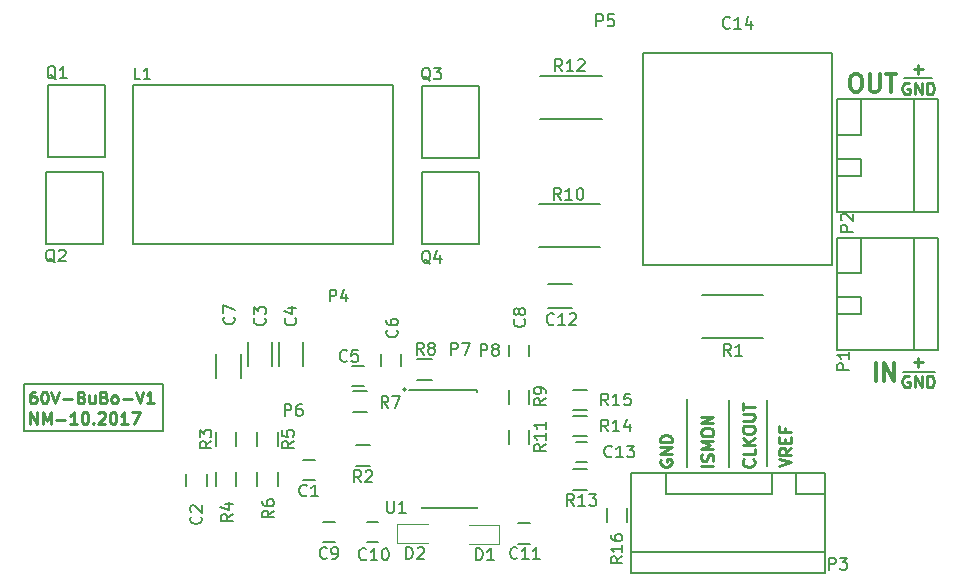
<source format=gbr>
G04 #@! TF.FileFunction,Legend,Top*
%FSLAX46Y46*%
G04 Gerber Fmt 4.6, Leading zero omitted, Abs format (unit mm)*
G04 Created by KiCad (PCBNEW 4.0.5) date 10/06/17 09:47:02*
%MOMM*%
%LPD*%
G01*
G04 APERTURE LIST*
%ADD10C,0.100000*%
%ADD11C,0.200000*%
%ADD12C,0.250000*%
%ADD13C,0.300000*%
%ADD14C,0.150000*%
%ADD15C,0.120000*%
G04 APERTURE END LIST*
D10*
D11*
X140741421Y-104500000D02*
G75*
G03X140741421Y-104500000I-141421J0D01*
G01*
X120200000Y-104000000D02*
X108400000Y-104000000D01*
X120200000Y-108000000D02*
X120200000Y-104000000D01*
X108400000Y-108000000D02*
X120200000Y-108000000D01*
X108400000Y-104000000D02*
X108400000Y-108000000D01*
X164500000Y-111100000D02*
X164500000Y-105300000D01*
X168100000Y-111100000D02*
X168100000Y-105400000D01*
X171300000Y-111000000D02*
X171300000Y-105400000D01*
X182900000Y-78100000D02*
X185300000Y-78100000D01*
X182800000Y-103000000D02*
X185500000Y-103000000D01*
D12*
X172352381Y-111014286D02*
X173352381Y-110680953D01*
X172352381Y-110347619D01*
X173352381Y-109442857D02*
X172876190Y-109776191D01*
X173352381Y-110014286D02*
X172352381Y-110014286D01*
X172352381Y-109633333D01*
X172400000Y-109538095D01*
X172447619Y-109490476D01*
X172542857Y-109442857D01*
X172685714Y-109442857D01*
X172780952Y-109490476D01*
X172828571Y-109538095D01*
X172876190Y-109633333D01*
X172876190Y-110014286D01*
X172828571Y-109014286D02*
X172828571Y-108680952D01*
X173352381Y-108538095D02*
X173352381Y-109014286D01*
X172352381Y-109014286D01*
X172352381Y-108538095D01*
X172828571Y-107776190D02*
X172828571Y-108109524D01*
X173352381Y-108109524D02*
X172352381Y-108109524D01*
X172352381Y-107633333D01*
X170157143Y-110423809D02*
X170204762Y-110471428D01*
X170252381Y-110614285D01*
X170252381Y-110709523D01*
X170204762Y-110852381D01*
X170109524Y-110947619D01*
X170014286Y-110995238D01*
X169823810Y-111042857D01*
X169680952Y-111042857D01*
X169490476Y-110995238D01*
X169395238Y-110947619D01*
X169300000Y-110852381D01*
X169252381Y-110709523D01*
X169252381Y-110614285D01*
X169300000Y-110471428D01*
X169347619Y-110423809D01*
X170252381Y-109519047D02*
X170252381Y-109995238D01*
X169252381Y-109995238D01*
X170252381Y-109185714D02*
X169252381Y-109185714D01*
X170252381Y-108614285D02*
X169680952Y-109042857D01*
X169252381Y-108614285D02*
X169823810Y-109185714D01*
X169252381Y-107995238D02*
X169252381Y-107804761D01*
X169300000Y-107709523D01*
X169395238Y-107614285D01*
X169585714Y-107566666D01*
X169919048Y-107566666D01*
X170109524Y-107614285D01*
X170204762Y-107709523D01*
X170252381Y-107804761D01*
X170252381Y-107995238D01*
X170204762Y-108090476D01*
X170109524Y-108185714D01*
X169919048Y-108233333D01*
X169585714Y-108233333D01*
X169395238Y-108185714D01*
X169300000Y-108090476D01*
X169252381Y-107995238D01*
X169252381Y-107138095D02*
X170061905Y-107138095D01*
X170157143Y-107090476D01*
X170204762Y-107042857D01*
X170252381Y-106947619D01*
X170252381Y-106757142D01*
X170204762Y-106661904D01*
X170157143Y-106614285D01*
X170061905Y-106566666D01*
X169252381Y-106566666D01*
X169252381Y-106233333D02*
X169252381Y-105661904D01*
X170252381Y-105947619D02*
X169252381Y-105947619D01*
X166752381Y-110995238D02*
X165752381Y-110995238D01*
X166704762Y-110566667D02*
X166752381Y-110423810D01*
X166752381Y-110185714D01*
X166704762Y-110090476D01*
X166657143Y-110042857D01*
X166561905Y-109995238D01*
X166466667Y-109995238D01*
X166371429Y-110042857D01*
X166323810Y-110090476D01*
X166276190Y-110185714D01*
X166228571Y-110376191D01*
X166180952Y-110471429D01*
X166133333Y-110519048D01*
X166038095Y-110566667D01*
X165942857Y-110566667D01*
X165847619Y-110519048D01*
X165800000Y-110471429D01*
X165752381Y-110376191D01*
X165752381Y-110138095D01*
X165800000Y-109995238D01*
X166752381Y-109566667D02*
X165752381Y-109566667D01*
X166466667Y-109233333D01*
X165752381Y-108900000D01*
X166752381Y-108900000D01*
X165752381Y-108233334D02*
X165752381Y-108042857D01*
X165800000Y-107947619D01*
X165895238Y-107852381D01*
X166085714Y-107804762D01*
X166419048Y-107804762D01*
X166609524Y-107852381D01*
X166704762Y-107947619D01*
X166752381Y-108042857D01*
X166752381Y-108233334D01*
X166704762Y-108328572D01*
X166609524Y-108423810D01*
X166419048Y-108471429D01*
X166085714Y-108471429D01*
X165895238Y-108423810D01*
X165800000Y-108328572D01*
X165752381Y-108233334D01*
X166752381Y-107376191D02*
X165752381Y-107376191D01*
X166752381Y-106804762D01*
X165752381Y-106804762D01*
X162300000Y-110461904D02*
X162252381Y-110557142D01*
X162252381Y-110699999D01*
X162300000Y-110842857D01*
X162395238Y-110938095D01*
X162490476Y-110985714D01*
X162680952Y-111033333D01*
X162823810Y-111033333D01*
X163014286Y-110985714D01*
X163109524Y-110938095D01*
X163204762Y-110842857D01*
X163252381Y-110699999D01*
X163252381Y-110604761D01*
X163204762Y-110461904D01*
X163157143Y-110414285D01*
X162823810Y-110414285D01*
X162823810Y-110604761D01*
X163252381Y-109985714D02*
X162252381Y-109985714D01*
X163252381Y-109414285D01*
X162252381Y-109414285D01*
X163252381Y-108938095D02*
X162252381Y-108938095D01*
X162252381Y-108700000D01*
X162300000Y-108557142D01*
X162395238Y-108461904D01*
X162490476Y-108414285D01*
X162680952Y-108366666D01*
X162823810Y-108366666D01*
X163014286Y-108414285D01*
X163109524Y-108461904D01*
X163204762Y-108557142D01*
X163252381Y-108700000D01*
X163252381Y-108938095D01*
X183719048Y-102196429D02*
X184480953Y-102196429D01*
X184100001Y-102577381D02*
X184100001Y-101815476D01*
X183338096Y-103375000D02*
X183242858Y-103327381D01*
X183100001Y-103327381D01*
X182957143Y-103375000D01*
X182861905Y-103470238D01*
X182814286Y-103565476D01*
X182766667Y-103755952D01*
X182766667Y-103898810D01*
X182814286Y-104089286D01*
X182861905Y-104184524D01*
X182957143Y-104279762D01*
X183100001Y-104327381D01*
X183195239Y-104327381D01*
X183338096Y-104279762D01*
X183385715Y-104232143D01*
X183385715Y-103898810D01*
X183195239Y-103898810D01*
X183814286Y-104327381D02*
X183814286Y-103327381D01*
X184385715Y-104327381D01*
X184385715Y-103327381D01*
X184861905Y-104327381D02*
X184861905Y-103327381D01*
X185100000Y-103327381D01*
X185242858Y-103375000D01*
X185338096Y-103470238D01*
X185385715Y-103565476D01*
X185433334Y-103755952D01*
X185433334Y-103898810D01*
X185385715Y-104089286D01*
X185338096Y-104184524D01*
X185242858Y-104279762D01*
X185100000Y-104327381D01*
X184861905Y-104327381D01*
X183719048Y-77396429D02*
X184480953Y-77396429D01*
X184100001Y-77777381D02*
X184100001Y-77015476D01*
X183338096Y-78575000D02*
X183242858Y-78527381D01*
X183100001Y-78527381D01*
X182957143Y-78575000D01*
X182861905Y-78670238D01*
X182814286Y-78765476D01*
X182766667Y-78955952D01*
X182766667Y-79098810D01*
X182814286Y-79289286D01*
X182861905Y-79384524D01*
X182957143Y-79479762D01*
X183100001Y-79527381D01*
X183195239Y-79527381D01*
X183338096Y-79479762D01*
X183385715Y-79432143D01*
X183385715Y-79098810D01*
X183195239Y-79098810D01*
X183814286Y-79527381D02*
X183814286Y-78527381D01*
X184385715Y-79527381D01*
X184385715Y-78527381D01*
X184861905Y-79527381D02*
X184861905Y-78527381D01*
X185100000Y-78527381D01*
X185242858Y-78575000D01*
X185338096Y-78670238D01*
X185385715Y-78765476D01*
X185433334Y-78955952D01*
X185433334Y-79098810D01*
X185385715Y-79289286D01*
X185338096Y-79384524D01*
X185242858Y-79479762D01*
X185100000Y-79527381D01*
X184861905Y-79527381D01*
X109366667Y-104677381D02*
X109176190Y-104677381D01*
X109080952Y-104725000D01*
X109033333Y-104772619D01*
X108938095Y-104915476D01*
X108890476Y-105105952D01*
X108890476Y-105486905D01*
X108938095Y-105582143D01*
X108985714Y-105629762D01*
X109080952Y-105677381D01*
X109271429Y-105677381D01*
X109366667Y-105629762D01*
X109414286Y-105582143D01*
X109461905Y-105486905D01*
X109461905Y-105248810D01*
X109414286Y-105153571D01*
X109366667Y-105105952D01*
X109271429Y-105058333D01*
X109080952Y-105058333D01*
X108985714Y-105105952D01*
X108938095Y-105153571D01*
X108890476Y-105248810D01*
X110080952Y-104677381D02*
X110176191Y-104677381D01*
X110271429Y-104725000D01*
X110319048Y-104772619D01*
X110366667Y-104867857D01*
X110414286Y-105058333D01*
X110414286Y-105296429D01*
X110366667Y-105486905D01*
X110319048Y-105582143D01*
X110271429Y-105629762D01*
X110176191Y-105677381D01*
X110080952Y-105677381D01*
X109985714Y-105629762D01*
X109938095Y-105582143D01*
X109890476Y-105486905D01*
X109842857Y-105296429D01*
X109842857Y-105058333D01*
X109890476Y-104867857D01*
X109938095Y-104772619D01*
X109985714Y-104725000D01*
X110080952Y-104677381D01*
X110700000Y-104677381D02*
X111033333Y-105677381D01*
X111366667Y-104677381D01*
X111700000Y-105296429D02*
X112461905Y-105296429D01*
X113271429Y-105153571D02*
X113414286Y-105201190D01*
X113461905Y-105248810D01*
X113509524Y-105344048D01*
X113509524Y-105486905D01*
X113461905Y-105582143D01*
X113414286Y-105629762D01*
X113319048Y-105677381D01*
X112938095Y-105677381D01*
X112938095Y-104677381D01*
X113271429Y-104677381D01*
X113366667Y-104725000D01*
X113414286Y-104772619D01*
X113461905Y-104867857D01*
X113461905Y-104963095D01*
X113414286Y-105058333D01*
X113366667Y-105105952D01*
X113271429Y-105153571D01*
X112938095Y-105153571D01*
X114366667Y-105010714D02*
X114366667Y-105677381D01*
X113938095Y-105010714D02*
X113938095Y-105534524D01*
X113985714Y-105629762D01*
X114080952Y-105677381D01*
X114223810Y-105677381D01*
X114319048Y-105629762D01*
X114366667Y-105582143D01*
X115176191Y-105153571D02*
X115319048Y-105201190D01*
X115366667Y-105248810D01*
X115414286Y-105344048D01*
X115414286Y-105486905D01*
X115366667Y-105582143D01*
X115319048Y-105629762D01*
X115223810Y-105677381D01*
X114842857Y-105677381D01*
X114842857Y-104677381D01*
X115176191Y-104677381D01*
X115271429Y-104725000D01*
X115319048Y-104772619D01*
X115366667Y-104867857D01*
X115366667Y-104963095D01*
X115319048Y-105058333D01*
X115271429Y-105105952D01*
X115176191Y-105153571D01*
X114842857Y-105153571D01*
X115985714Y-105677381D02*
X115890476Y-105629762D01*
X115842857Y-105582143D01*
X115795238Y-105486905D01*
X115795238Y-105201190D01*
X115842857Y-105105952D01*
X115890476Y-105058333D01*
X115985714Y-105010714D01*
X116128572Y-105010714D01*
X116223810Y-105058333D01*
X116271429Y-105105952D01*
X116319048Y-105201190D01*
X116319048Y-105486905D01*
X116271429Y-105582143D01*
X116223810Y-105629762D01*
X116128572Y-105677381D01*
X115985714Y-105677381D01*
X116747619Y-105296429D02*
X117509524Y-105296429D01*
X117842857Y-104677381D02*
X118176190Y-105677381D01*
X118509524Y-104677381D01*
X119366667Y-105677381D02*
X118795238Y-105677381D01*
X119080952Y-105677381D02*
X119080952Y-104677381D01*
X118985714Y-104820238D01*
X118890476Y-104915476D01*
X118795238Y-104963095D01*
X108938095Y-107427381D02*
X108938095Y-106427381D01*
X109509524Y-107427381D01*
X109509524Y-106427381D01*
X109985714Y-107427381D02*
X109985714Y-106427381D01*
X110319048Y-107141667D01*
X110652381Y-106427381D01*
X110652381Y-107427381D01*
X111128571Y-107046429D02*
X111890476Y-107046429D01*
X112890476Y-107427381D02*
X112319047Y-107427381D01*
X112604761Y-107427381D02*
X112604761Y-106427381D01*
X112509523Y-106570238D01*
X112414285Y-106665476D01*
X112319047Y-106713095D01*
X113509523Y-106427381D02*
X113604762Y-106427381D01*
X113700000Y-106475000D01*
X113747619Y-106522619D01*
X113795238Y-106617857D01*
X113842857Y-106808333D01*
X113842857Y-107046429D01*
X113795238Y-107236905D01*
X113747619Y-107332143D01*
X113700000Y-107379762D01*
X113604762Y-107427381D01*
X113509523Y-107427381D01*
X113414285Y-107379762D01*
X113366666Y-107332143D01*
X113319047Y-107236905D01*
X113271428Y-107046429D01*
X113271428Y-106808333D01*
X113319047Y-106617857D01*
X113366666Y-106522619D01*
X113414285Y-106475000D01*
X113509523Y-106427381D01*
X114271428Y-107332143D02*
X114319047Y-107379762D01*
X114271428Y-107427381D01*
X114223809Y-107379762D01*
X114271428Y-107332143D01*
X114271428Y-107427381D01*
X114699999Y-106522619D02*
X114747618Y-106475000D01*
X114842856Y-106427381D01*
X115080952Y-106427381D01*
X115176190Y-106475000D01*
X115223809Y-106522619D01*
X115271428Y-106617857D01*
X115271428Y-106713095D01*
X115223809Y-106855952D01*
X114652380Y-107427381D01*
X115271428Y-107427381D01*
X115890475Y-106427381D02*
X115985714Y-106427381D01*
X116080952Y-106475000D01*
X116128571Y-106522619D01*
X116176190Y-106617857D01*
X116223809Y-106808333D01*
X116223809Y-107046429D01*
X116176190Y-107236905D01*
X116128571Y-107332143D01*
X116080952Y-107379762D01*
X115985714Y-107427381D01*
X115890475Y-107427381D01*
X115795237Y-107379762D01*
X115747618Y-107332143D01*
X115699999Y-107236905D01*
X115652380Y-107046429D01*
X115652380Y-106808333D01*
X115699999Y-106617857D01*
X115747618Y-106522619D01*
X115795237Y-106475000D01*
X115890475Y-106427381D01*
X117176190Y-107427381D02*
X116604761Y-107427381D01*
X116890475Y-107427381D02*
X116890475Y-106427381D01*
X116795237Y-106570238D01*
X116699999Y-106665476D01*
X116604761Y-106713095D01*
X117509523Y-106427381D02*
X118176190Y-106427381D01*
X117747618Y-107427381D01*
D13*
X178700000Y-77778571D02*
X178985714Y-77778571D01*
X179128572Y-77850000D01*
X179271429Y-77992857D01*
X179342857Y-78278571D01*
X179342857Y-78778571D01*
X179271429Y-79064286D01*
X179128572Y-79207143D01*
X178985714Y-79278571D01*
X178700000Y-79278571D01*
X178557143Y-79207143D01*
X178414286Y-79064286D01*
X178342857Y-78778571D01*
X178342857Y-78278571D01*
X178414286Y-77992857D01*
X178557143Y-77850000D01*
X178700000Y-77778571D01*
X179985715Y-77778571D02*
X179985715Y-78992857D01*
X180057143Y-79135714D01*
X180128572Y-79207143D01*
X180271429Y-79278571D01*
X180557143Y-79278571D01*
X180700001Y-79207143D01*
X180771429Y-79135714D01*
X180842858Y-78992857D01*
X180842858Y-77778571D01*
X181342858Y-77778571D02*
X182200001Y-77778571D01*
X181771430Y-79278571D02*
X181771430Y-77778571D01*
X180514286Y-103778571D02*
X180514286Y-102278571D01*
X181228572Y-103778571D02*
X181228572Y-102278571D01*
X182085715Y-103778571D01*
X182085715Y-102278571D01*
D14*
X176249920Y-118251100D02*
X159750080Y-118251100D01*
X162749820Y-111550580D02*
X162749820Y-113348900D01*
X162749820Y-113348900D02*
X171749040Y-113348900D01*
X171749040Y-111550580D02*
X171749040Y-113348900D01*
X176249920Y-113348900D02*
X173750560Y-113348900D01*
X173750560Y-113348900D02*
X173750560Y-111598840D01*
X168000000Y-111550580D02*
X176249920Y-111550580D01*
X176249920Y-111550580D02*
X176249920Y-120049420D01*
X176249920Y-120049420D02*
X159750080Y-120049420D01*
X159750080Y-120049420D02*
X159750080Y-111550580D01*
X159750080Y-111550580D02*
X168000000Y-111550580D01*
X157200000Y-92425000D02*
X152000000Y-92425000D01*
X152000000Y-88775000D02*
X157200000Y-88775000D01*
X159475000Y-114500000D02*
X159475000Y-115700000D01*
X157725000Y-115700000D02*
X157725000Y-114500000D01*
X154850001Y-104525000D02*
X156050001Y-104525000D01*
X156050001Y-106275000D02*
X154850001Y-106275000D01*
X156050001Y-108475000D02*
X154850001Y-108475000D01*
X154850001Y-106725000D02*
X156050001Y-106725000D01*
X154850000Y-111225000D02*
X156050000Y-111225000D01*
X156050000Y-112975000D02*
X154850000Y-112975000D01*
X151175000Y-107950001D02*
X151175000Y-109150001D01*
X149425000Y-109150001D02*
X149425000Y-107950001D01*
X149425000Y-105750000D02*
X149425000Y-104550000D01*
X151175000Y-104550000D02*
X151175000Y-105750000D01*
X141700000Y-101925000D02*
X142900000Y-101925000D01*
X142900000Y-103675000D02*
X141700000Y-103675000D01*
X136250000Y-104625000D02*
X137450000Y-104625000D01*
X137450000Y-106375000D02*
X136250000Y-106375000D01*
X128125000Y-112700000D02*
X128125000Y-111500000D01*
X129875000Y-111500000D02*
X129875000Y-112700000D01*
X128125000Y-109300000D02*
X128125000Y-108100000D01*
X129875000Y-108100000D02*
X129875000Y-109300000D01*
X124625000Y-112700000D02*
X124625000Y-111500000D01*
X126375000Y-111500000D02*
X126375000Y-112700000D01*
X124625000Y-109300000D02*
X124625000Y-108100000D01*
X126375000Y-108100000D02*
X126375000Y-109300000D01*
X137700000Y-110975000D02*
X136500000Y-110975000D01*
X136500000Y-109225000D02*
X137700000Y-109225000D01*
X155100000Y-110650000D02*
X156100000Y-110650000D01*
X156100000Y-108950000D02*
X155100000Y-108950000D01*
X154800000Y-95575000D02*
X152800000Y-95575000D01*
X152800000Y-97625000D02*
X154800000Y-97625000D01*
X151200000Y-115850000D02*
X150200000Y-115850000D01*
X150200000Y-117550000D02*
X151200000Y-117550000D01*
X137400000Y-117450000D02*
X138400000Y-117450000D01*
X138400000Y-115750000D02*
X137400000Y-115750000D01*
X133700000Y-117450000D02*
X134700000Y-117450000D01*
X134700000Y-115750000D02*
X133700000Y-115750000D01*
X151150000Y-101700000D02*
X151150000Y-100700000D01*
X149450000Y-100700000D02*
X149450000Y-101700000D01*
X140350000Y-102500000D02*
X140350000Y-101500000D01*
X138650000Y-101500000D02*
X138650000Y-102500000D01*
X137200000Y-102550000D02*
X136200000Y-102550000D01*
X136200000Y-104250000D02*
X137200000Y-104250000D01*
X132025000Y-102500000D02*
X132025000Y-100500000D01*
X129975000Y-100500000D02*
X129975000Y-102500000D01*
X129425000Y-102500000D02*
X129425000Y-100500000D01*
X127375000Y-100500000D02*
X127375000Y-102500000D01*
X123850000Y-112700000D02*
X123850000Y-111700000D01*
X122150000Y-111700000D02*
X122150000Y-112700000D01*
X133000000Y-110450000D02*
X132000000Y-110450000D01*
X132000000Y-112150000D02*
X133000000Y-112150000D01*
X152100000Y-77975000D02*
X157300000Y-77975000D01*
X157300000Y-81625000D02*
X152100000Y-81625000D01*
X171000000Y-100125000D02*
X165800000Y-100125000D01*
X165800000Y-96475000D02*
X171000000Y-96475000D01*
X183750440Y-79950200D02*
X183750440Y-89449800D01*
X177250580Y-84948920D02*
X179249560Y-84948920D01*
X179249560Y-84948920D02*
X179249560Y-86450060D01*
X179249560Y-86450060D02*
X177250580Y-86450060D01*
X179249560Y-79950200D02*
X179249560Y-82949940D01*
X179249560Y-82949940D02*
X177298840Y-82949940D01*
X177250580Y-89449800D02*
X185749420Y-89449800D01*
X185749420Y-89449800D02*
X185749420Y-79950200D01*
X185749420Y-79950200D02*
X177250580Y-79950200D01*
X177250580Y-79950200D02*
X177250580Y-89449800D01*
X183750440Y-91650200D02*
X183750440Y-101149800D01*
X177250580Y-96648920D02*
X179249560Y-96648920D01*
X179249560Y-96648920D02*
X179249560Y-98150060D01*
X179249560Y-98150060D02*
X177250580Y-98150060D01*
X179249560Y-91650200D02*
X179249560Y-94649940D01*
X179249560Y-94649940D02*
X177298840Y-94649940D01*
X177250580Y-101149800D02*
X185749420Y-101149800D01*
X185749420Y-101149800D02*
X185749420Y-91650200D01*
X185749420Y-91650200D02*
X177250580Y-91650200D01*
X177250580Y-91650200D02*
X177250580Y-101149800D01*
X128600000Y-92200000D02*
X117600000Y-92200000D01*
X117600000Y-92200000D02*
X117600000Y-78700000D01*
X117600000Y-78700000D02*
X139600000Y-78700000D01*
X139600000Y-78700000D02*
X139600000Y-92200000D01*
X139600000Y-92200000D02*
X128600000Y-92200000D01*
X160800000Y-76000000D02*
X160800000Y-77000000D01*
X176800000Y-94000000D02*
X160800000Y-94000000D01*
X160800000Y-77000000D02*
X160800000Y-94000000D01*
X176800000Y-94000000D02*
X176800000Y-76000000D01*
X168800000Y-76000000D02*
X176800000Y-76000000D01*
X160800000Y-76000000D02*
X168800000Y-76000000D01*
X146725000Y-104625000D02*
X146725000Y-104732500D01*
X146725000Y-114575000D02*
X146725000Y-114467500D01*
X142075000Y-114575000D02*
X142075000Y-114467500D01*
X141000000Y-104575000D02*
X146725000Y-104575000D01*
X142075000Y-114575000D02*
X146725000Y-114575000D01*
D15*
X140000000Y-115900000D02*
X140000000Y-117500000D01*
X140000000Y-117500000D02*
X142600000Y-117500000D01*
X140000000Y-115900000D02*
X142600000Y-115900000D01*
X148650000Y-117600000D02*
X148650000Y-116000000D01*
X148650000Y-116000000D02*
X146050000Y-116000000D01*
X148650000Y-117600000D02*
X146050000Y-117600000D01*
D14*
X126725000Y-103500000D02*
X126725000Y-101500000D01*
X124675000Y-101500000D02*
X124675000Y-103500000D01*
X110292000Y-86112000D02*
X110292000Y-92208000D01*
X110292000Y-92208000D02*
X115118000Y-92208000D01*
X115118000Y-92208000D02*
X115118000Y-86112000D01*
X115118000Y-86112000D02*
X110292000Y-86112000D01*
X110392000Y-78712000D02*
X110392000Y-84808000D01*
X110392000Y-84808000D02*
X115218000Y-84808000D01*
X115218000Y-84808000D02*
X115218000Y-78712000D01*
X115218000Y-78712000D02*
X110392000Y-78712000D01*
X142092000Y-78812000D02*
X142092000Y-84908000D01*
X142092000Y-84908000D02*
X146918000Y-84908000D01*
X146918000Y-84908000D02*
X146918000Y-78812000D01*
X146918000Y-78812000D02*
X142092000Y-78812000D01*
X142092000Y-86112000D02*
X142092000Y-92208000D01*
X142092000Y-92208000D02*
X146918000Y-92208000D01*
X146918000Y-92208000D02*
X146918000Y-86112000D01*
X146918000Y-86112000D02*
X142092000Y-86112000D01*
X176561905Y-119752381D02*
X176561905Y-118752381D01*
X176942858Y-118752381D01*
X177038096Y-118800000D01*
X177085715Y-118847619D01*
X177133334Y-118942857D01*
X177133334Y-119085714D01*
X177085715Y-119180952D01*
X177038096Y-119228571D01*
X176942858Y-119276190D01*
X176561905Y-119276190D01*
X177466667Y-118752381D02*
X178085715Y-118752381D01*
X177752381Y-119133333D01*
X177895239Y-119133333D01*
X177990477Y-119180952D01*
X178038096Y-119228571D01*
X178085715Y-119323810D01*
X178085715Y-119561905D01*
X178038096Y-119657143D01*
X177990477Y-119704762D01*
X177895239Y-119752381D01*
X177609524Y-119752381D01*
X177514286Y-119704762D01*
X177466667Y-119657143D01*
X153857143Y-88452381D02*
X153523809Y-87976190D01*
X153285714Y-88452381D02*
X153285714Y-87452381D01*
X153666667Y-87452381D01*
X153761905Y-87500000D01*
X153809524Y-87547619D01*
X153857143Y-87642857D01*
X153857143Y-87785714D01*
X153809524Y-87880952D01*
X153761905Y-87928571D01*
X153666667Y-87976190D01*
X153285714Y-87976190D01*
X154809524Y-88452381D02*
X154238095Y-88452381D01*
X154523809Y-88452381D02*
X154523809Y-87452381D01*
X154428571Y-87595238D01*
X154333333Y-87690476D01*
X154238095Y-87738095D01*
X155428571Y-87452381D02*
X155523810Y-87452381D01*
X155619048Y-87500000D01*
X155666667Y-87547619D01*
X155714286Y-87642857D01*
X155761905Y-87833333D01*
X155761905Y-88071429D01*
X155714286Y-88261905D01*
X155666667Y-88357143D01*
X155619048Y-88404762D01*
X155523810Y-88452381D01*
X155428571Y-88452381D01*
X155333333Y-88404762D01*
X155285714Y-88357143D01*
X155238095Y-88261905D01*
X155190476Y-88071429D01*
X155190476Y-87833333D01*
X155238095Y-87642857D01*
X155285714Y-87547619D01*
X155333333Y-87500000D01*
X155428571Y-87452381D01*
X159052381Y-118642857D02*
X158576190Y-118976191D01*
X159052381Y-119214286D02*
X158052381Y-119214286D01*
X158052381Y-118833333D01*
X158100000Y-118738095D01*
X158147619Y-118690476D01*
X158242857Y-118642857D01*
X158385714Y-118642857D01*
X158480952Y-118690476D01*
X158528571Y-118738095D01*
X158576190Y-118833333D01*
X158576190Y-119214286D01*
X159052381Y-117690476D02*
X159052381Y-118261905D01*
X159052381Y-117976191D02*
X158052381Y-117976191D01*
X158195238Y-118071429D01*
X158290476Y-118166667D01*
X158338095Y-118261905D01*
X158052381Y-116833333D02*
X158052381Y-117023810D01*
X158100000Y-117119048D01*
X158147619Y-117166667D01*
X158290476Y-117261905D01*
X158480952Y-117309524D01*
X158861905Y-117309524D01*
X158957143Y-117261905D01*
X159004762Y-117214286D01*
X159052381Y-117119048D01*
X159052381Y-116928571D01*
X159004762Y-116833333D01*
X158957143Y-116785714D01*
X158861905Y-116738095D01*
X158623810Y-116738095D01*
X158528571Y-116785714D01*
X158480952Y-116833333D01*
X158433333Y-116928571D01*
X158433333Y-117119048D01*
X158480952Y-117214286D01*
X158528571Y-117261905D01*
X158623810Y-117309524D01*
X157857143Y-105852381D02*
X157523809Y-105376190D01*
X157285714Y-105852381D02*
X157285714Y-104852381D01*
X157666667Y-104852381D01*
X157761905Y-104900000D01*
X157809524Y-104947619D01*
X157857143Y-105042857D01*
X157857143Y-105185714D01*
X157809524Y-105280952D01*
X157761905Y-105328571D01*
X157666667Y-105376190D01*
X157285714Y-105376190D01*
X158809524Y-105852381D02*
X158238095Y-105852381D01*
X158523809Y-105852381D02*
X158523809Y-104852381D01*
X158428571Y-104995238D01*
X158333333Y-105090476D01*
X158238095Y-105138095D01*
X159714286Y-104852381D02*
X159238095Y-104852381D01*
X159190476Y-105328571D01*
X159238095Y-105280952D01*
X159333333Y-105233333D01*
X159571429Y-105233333D01*
X159666667Y-105280952D01*
X159714286Y-105328571D01*
X159761905Y-105423810D01*
X159761905Y-105661905D01*
X159714286Y-105757143D01*
X159666667Y-105804762D01*
X159571429Y-105852381D01*
X159333333Y-105852381D01*
X159238095Y-105804762D01*
X159190476Y-105757143D01*
X157857143Y-108052381D02*
X157523809Y-107576190D01*
X157285714Y-108052381D02*
X157285714Y-107052381D01*
X157666667Y-107052381D01*
X157761905Y-107100000D01*
X157809524Y-107147619D01*
X157857143Y-107242857D01*
X157857143Y-107385714D01*
X157809524Y-107480952D01*
X157761905Y-107528571D01*
X157666667Y-107576190D01*
X157285714Y-107576190D01*
X158809524Y-108052381D02*
X158238095Y-108052381D01*
X158523809Y-108052381D02*
X158523809Y-107052381D01*
X158428571Y-107195238D01*
X158333333Y-107290476D01*
X158238095Y-107338095D01*
X159666667Y-107385714D02*
X159666667Y-108052381D01*
X159428571Y-107004762D02*
X159190476Y-107719048D01*
X159809524Y-107719048D01*
X154957143Y-114352381D02*
X154623809Y-113876190D01*
X154385714Y-114352381D02*
X154385714Y-113352381D01*
X154766667Y-113352381D01*
X154861905Y-113400000D01*
X154909524Y-113447619D01*
X154957143Y-113542857D01*
X154957143Y-113685714D01*
X154909524Y-113780952D01*
X154861905Y-113828571D01*
X154766667Y-113876190D01*
X154385714Y-113876190D01*
X155909524Y-114352381D02*
X155338095Y-114352381D01*
X155623809Y-114352381D02*
X155623809Y-113352381D01*
X155528571Y-113495238D01*
X155433333Y-113590476D01*
X155338095Y-113638095D01*
X156242857Y-113352381D02*
X156861905Y-113352381D01*
X156528571Y-113733333D01*
X156671429Y-113733333D01*
X156766667Y-113780952D01*
X156814286Y-113828571D01*
X156861905Y-113923810D01*
X156861905Y-114161905D01*
X156814286Y-114257143D01*
X156766667Y-114304762D01*
X156671429Y-114352381D01*
X156385714Y-114352381D01*
X156290476Y-114304762D01*
X156242857Y-114257143D01*
X152552381Y-109142857D02*
X152076190Y-109476191D01*
X152552381Y-109714286D02*
X151552381Y-109714286D01*
X151552381Y-109333333D01*
X151600000Y-109238095D01*
X151647619Y-109190476D01*
X151742857Y-109142857D01*
X151885714Y-109142857D01*
X151980952Y-109190476D01*
X152028571Y-109238095D01*
X152076190Y-109333333D01*
X152076190Y-109714286D01*
X152552381Y-108190476D02*
X152552381Y-108761905D01*
X152552381Y-108476191D02*
X151552381Y-108476191D01*
X151695238Y-108571429D01*
X151790476Y-108666667D01*
X151838095Y-108761905D01*
X152552381Y-107238095D02*
X152552381Y-107809524D01*
X152552381Y-107523810D02*
X151552381Y-107523810D01*
X151695238Y-107619048D01*
X151790476Y-107714286D01*
X151838095Y-107809524D01*
X152552381Y-105266666D02*
X152076190Y-105600000D01*
X152552381Y-105838095D02*
X151552381Y-105838095D01*
X151552381Y-105457142D01*
X151600000Y-105361904D01*
X151647619Y-105314285D01*
X151742857Y-105266666D01*
X151885714Y-105266666D01*
X151980952Y-105314285D01*
X152028571Y-105361904D01*
X152076190Y-105457142D01*
X152076190Y-105838095D01*
X152552381Y-104790476D02*
X152552381Y-104600000D01*
X152504762Y-104504761D01*
X152457143Y-104457142D01*
X152314286Y-104361904D01*
X152123810Y-104314285D01*
X151742857Y-104314285D01*
X151647619Y-104361904D01*
X151600000Y-104409523D01*
X151552381Y-104504761D01*
X151552381Y-104695238D01*
X151600000Y-104790476D01*
X151647619Y-104838095D01*
X151742857Y-104885714D01*
X151980952Y-104885714D01*
X152076190Y-104838095D01*
X152123810Y-104790476D01*
X152171429Y-104695238D01*
X152171429Y-104504761D01*
X152123810Y-104409523D01*
X152076190Y-104361904D01*
X151980952Y-104314285D01*
X142233334Y-101552381D02*
X141900000Y-101076190D01*
X141661905Y-101552381D02*
X141661905Y-100552381D01*
X142042858Y-100552381D01*
X142138096Y-100600000D01*
X142185715Y-100647619D01*
X142233334Y-100742857D01*
X142233334Y-100885714D01*
X142185715Y-100980952D01*
X142138096Y-101028571D01*
X142042858Y-101076190D01*
X141661905Y-101076190D01*
X142804762Y-100980952D02*
X142709524Y-100933333D01*
X142661905Y-100885714D01*
X142614286Y-100790476D01*
X142614286Y-100742857D01*
X142661905Y-100647619D01*
X142709524Y-100600000D01*
X142804762Y-100552381D01*
X142995239Y-100552381D01*
X143090477Y-100600000D01*
X143138096Y-100647619D01*
X143185715Y-100742857D01*
X143185715Y-100790476D01*
X143138096Y-100885714D01*
X143090477Y-100933333D01*
X142995239Y-100980952D01*
X142804762Y-100980952D01*
X142709524Y-101028571D01*
X142661905Y-101076190D01*
X142614286Y-101171429D01*
X142614286Y-101361905D01*
X142661905Y-101457143D01*
X142709524Y-101504762D01*
X142804762Y-101552381D01*
X142995239Y-101552381D01*
X143090477Y-101504762D01*
X143138096Y-101457143D01*
X143185715Y-101361905D01*
X143185715Y-101171429D01*
X143138096Y-101076190D01*
X143090477Y-101028571D01*
X142995239Y-100980952D01*
X139233334Y-106052381D02*
X138900000Y-105576190D01*
X138661905Y-106052381D02*
X138661905Y-105052381D01*
X139042858Y-105052381D01*
X139138096Y-105100000D01*
X139185715Y-105147619D01*
X139233334Y-105242857D01*
X139233334Y-105385714D01*
X139185715Y-105480952D01*
X139138096Y-105528571D01*
X139042858Y-105576190D01*
X138661905Y-105576190D01*
X139566667Y-105052381D02*
X140233334Y-105052381D01*
X139804762Y-106052381D01*
X129552381Y-114766666D02*
X129076190Y-115100000D01*
X129552381Y-115338095D02*
X128552381Y-115338095D01*
X128552381Y-114957142D01*
X128600000Y-114861904D01*
X128647619Y-114814285D01*
X128742857Y-114766666D01*
X128885714Y-114766666D01*
X128980952Y-114814285D01*
X129028571Y-114861904D01*
X129076190Y-114957142D01*
X129076190Y-115338095D01*
X128552381Y-113909523D02*
X128552381Y-114100000D01*
X128600000Y-114195238D01*
X128647619Y-114242857D01*
X128790476Y-114338095D01*
X128980952Y-114385714D01*
X129361905Y-114385714D01*
X129457143Y-114338095D01*
X129504762Y-114290476D01*
X129552381Y-114195238D01*
X129552381Y-114004761D01*
X129504762Y-113909523D01*
X129457143Y-113861904D01*
X129361905Y-113814285D01*
X129123810Y-113814285D01*
X129028571Y-113861904D01*
X128980952Y-113909523D01*
X128933333Y-114004761D01*
X128933333Y-114195238D01*
X128980952Y-114290476D01*
X129028571Y-114338095D01*
X129123810Y-114385714D01*
X131252381Y-108866666D02*
X130776190Y-109200000D01*
X131252381Y-109438095D02*
X130252381Y-109438095D01*
X130252381Y-109057142D01*
X130300000Y-108961904D01*
X130347619Y-108914285D01*
X130442857Y-108866666D01*
X130585714Y-108866666D01*
X130680952Y-108914285D01*
X130728571Y-108961904D01*
X130776190Y-109057142D01*
X130776190Y-109438095D01*
X130252381Y-107961904D02*
X130252381Y-108438095D01*
X130728571Y-108485714D01*
X130680952Y-108438095D01*
X130633333Y-108342857D01*
X130633333Y-108104761D01*
X130680952Y-108009523D01*
X130728571Y-107961904D01*
X130823810Y-107914285D01*
X131061905Y-107914285D01*
X131157143Y-107961904D01*
X131204762Y-108009523D01*
X131252381Y-108104761D01*
X131252381Y-108342857D01*
X131204762Y-108438095D01*
X131157143Y-108485714D01*
X126052381Y-115066666D02*
X125576190Y-115400000D01*
X126052381Y-115638095D02*
X125052381Y-115638095D01*
X125052381Y-115257142D01*
X125100000Y-115161904D01*
X125147619Y-115114285D01*
X125242857Y-115066666D01*
X125385714Y-115066666D01*
X125480952Y-115114285D01*
X125528571Y-115161904D01*
X125576190Y-115257142D01*
X125576190Y-115638095D01*
X125385714Y-114209523D02*
X126052381Y-114209523D01*
X125004762Y-114447619D02*
X125719048Y-114685714D01*
X125719048Y-114066666D01*
X124252381Y-108866666D02*
X123776190Y-109200000D01*
X124252381Y-109438095D02*
X123252381Y-109438095D01*
X123252381Y-109057142D01*
X123300000Y-108961904D01*
X123347619Y-108914285D01*
X123442857Y-108866666D01*
X123585714Y-108866666D01*
X123680952Y-108914285D01*
X123728571Y-108961904D01*
X123776190Y-109057142D01*
X123776190Y-109438095D01*
X123252381Y-108533333D02*
X123252381Y-107914285D01*
X123633333Y-108247619D01*
X123633333Y-108104761D01*
X123680952Y-108009523D01*
X123728571Y-107961904D01*
X123823810Y-107914285D01*
X124061905Y-107914285D01*
X124157143Y-107961904D01*
X124204762Y-108009523D01*
X124252381Y-108104761D01*
X124252381Y-108390476D01*
X124204762Y-108485714D01*
X124157143Y-108533333D01*
X136933334Y-112352381D02*
X136600000Y-111876190D01*
X136361905Y-112352381D02*
X136361905Y-111352381D01*
X136742858Y-111352381D01*
X136838096Y-111400000D01*
X136885715Y-111447619D01*
X136933334Y-111542857D01*
X136933334Y-111685714D01*
X136885715Y-111780952D01*
X136838096Y-111828571D01*
X136742858Y-111876190D01*
X136361905Y-111876190D01*
X137314286Y-111447619D02*
X137361905Y-111400000D01*
X137457143Y-111352381D01*
X137695239Y-111352381D01*
X137790477Y-111400000D01*
X137838096Y-111447619D01*
X137885715Y-111542857D01*
X137885715Y-111638095D01*
X137838096Y-111780952D01*
X137266667Y-112352381D01*
X137885715Y-112352381D01*
X158157143Y-110157143D02*
X158109524Y-110204762D01*
X157966667Y-110252381D01*
X157871429Y-110252381D01*
X157728571Y-110204762D01*
X157633333Y-110109524D01*
X157585714Y-110014286D01*
X157538095Y-109823810D01*
X157538095Y-109680952D01*
X157585714Y-109490476D01*
X157633333Y-109395238D01*
X157728571Y-109300000D01*
X157871429Y-109252381D01*
X157966667Y-109252381D01*
X158109524Y-109300000D01*
X158157143Y-109347619D01*
X159109524Y-110252381D02*
X158538095Y-110252381D01*
X158823809Y-110252381D02*
X158823809Y-109252381D01*
X158728571Y-109395238D01*
X158633333Y-109490476D01*
X158538095Y-109538095D01*
X159442857Y-109252381D02*
X160061905Y-109252381D01*
X159728571Y-109633333D01*
X159871429Y-109633333D01*
X159966667Y-109680952D01*
X160014286Y-109728571D01*
X160061905Y-109823810D01*
X160061905Y-110061905D01*
X160014286Y-110157143D01*
X159966667Y-110204762D01*
X159871429Y-110252381D01*
X159585714Y-110252381D01*
X159490476Y-110204762D01*
X159442857Y-110157143D01*
X153257143Y-98957143D02*
X153209524Y-99004762D01*
X153066667Y-99052381D01*
X152971429Y-99052381D01*
X152828571Y-99004762D01*
X152733333Y-98909524D01*
X152685714Y-98814286D01*
X152638095Y-98623810D01*
X152638095Y-98480952D01*
X152685714Y-98290476D01*
X152733333Y-98195238D01*
X152828571Y-98100000D01*
X152971429Y-98052381D01*
X153066667Y-98052381D01*
X153209524Y-98100000D01*
X153257143Y-98147619D01*
X154209524Y-99052381D02*
X153638095Y-99052381D01*
X153923809Y-99052381D02*
X153923809Y-98052381D01*
X153828571Y-98195238D01*
X153733333Y-98290476D01*
X153638095Y-98338095D01*
X154590476Y-98147619D02*
X154638095Y-98100000D01*
X154733333Y-98052381D01*
X154971429Y-98052381D01*
X155066667Y-98100000D01*
X155114286Y-98147619D01*
X155161905Y-98242857D01*
X155161905Y-98338095D01*
X155114286Y-98480952D01*
X154542857Y-99052381D01*
X155161905Y-99052381D01*
X150157143Y-118757143D02*
X150109524Y-118804762D01*
X149966667Y-118852381D01*
X149871429Y-118852381D01*
X149728571Y-118804762D01*
X149633333Y-118709524D01*
X149585714Y-118614286D01*
X149538095Y-118423810D01*
X149538095Y-118280952D01*
X149585714Y-118090476D01*
X149633333Y-117995238D01*
X149728571Y-117900000D01*
X149871429Y-117852381D01*
X149966667Y-117852381D01*
X150109524Y-117900000D01*
X150157143Y-117947619D01*
X151109524Y-118852381D02*
X150538095Y-118852381D01*
X150823809Y-118852381D02*
X150823809Y-117852381D01*
X150728571Y-117995238D01*
X150633333Y-118090476D01*
X150538095Y-118138095D01*
X152061905Y-118852381D02*
X151490476Y-118852381D01*
X151776190Y-118852381D02*
X151776190Y-117852381D01*
X151680952Y-117995238D01*
X151585714Y-118090476D01*
X151490476Y-118138095D01*
X137357143Y-118857143D02*
X137309524Y-118904762D01*
X137166667Y-118952381D01*
X137071429Y-118952381D01*
X136928571Y-118904762D01*
X136833333Y-118809524D01*
X136785714Y-118714286D01*
X136738095Y-118523810D01*
X136738095Y-118380952D01*
X136785714Y-118190476D01*
X136833333Y-118095238D01*
X136928571Y-118000000D01*
X137071429Y-117952381D01*
X137166667Y-117952381D01*
X137309524Y-118000000D01*
X137357143Y-118047619D01*
X138309524Y-118952381D02*
X137738095Y-118952381D01*
X138023809Y-118952381D02*
X138023809Y-117952381D01*
X137928571Y-118095238D01*
X137833333Y-118190476D01*
X137738095Y-118238095D01*
X138928571Y-117952381D02*
X139023810Y-117952381D01*
X139119048Y-118000000D01*
X139166667Y-118047619D01*
X139214286Y-118142857D01*
X139261905Y-118333333D01*
X139261905Y-118571429D01*
X139214286Y-118761905D01*
X139166667Y-118857143D01*
X139119048Y-118904762D01*
X139023810Y-118952381D01*
X138928571Y-118952381D01*
X138833333Y-118904762D01*
X138785714Y-118857143D01*
X138738095Y-118761905D01*
X138690476Y-118571429D01*
X138690476Y-118333333D01*
X138738095Y-118142857D01*
X138785714Y-118047619D01*
X138833333Y-118000000D01*
X138928571Y-117952381D01*
X134033334Y-118757143D02*
X133985715Y-118804762D01*
X133842858Y-118852381D01*
X133747620Y-118852381D01*
X133604762Y-118804762D01*
X133509524Y-118709524D01*
X133461905Y-118614286D01*
X133414286Y-118423810D01*
X133414286Y-118280952D01*
X133461905Y-118090476D01*
X133509524Y-117995238D01*
X133604762Y-117900000D01*
X133747620Y-117852381D01*
X133842858Y-117852381D01*
X133985715Y-117900000D01*
X134033334Y-117947619D01*
X134509524Y-118852381D02*
X134700000Y-118852381D01*
X134795239Y-118804762D01*
X134842858Y-118757143D01*
X134938096Y-118614286D01*
X134985715Y-118423810D01*
X134985715Y-118042857D01*
X134938096Y-117947619D01*
X134890477Y-117900000D01*
X134795239Y-117852381D01*
X134604762Y-117852381D01*
X134509524Y-117900000D01*
X134461905Y-117947619D01*
X134414286Y-118042857D01*
X134414286Y-118280952D01*
X134461905Y-118376190D01*
X134509524Y-118423810D01*
X134604762Y-118471429D01*
X134795239Y-118471429D01*
X134890477Y-118423810D01*
X134938096Y-118376190D01*
X134985715Y-118280952D01*
X150757143Y-98566666D02*
X150804762Y-98614285D01*
X150852381Y-98757142D01*
X150852381Y-98852380D01*
X150804762Y-98995238D01*
X150709524Y-99090476D01*
X150614286Y-99138095D01*
X150423810Y-99185714D01*
X150280952Y-99185714D01*
X150090476Y-99138095D01*
X149995238Y-99090476D01*
X149900000Y-98995238D01*
X149852381Y-98852380D01*
X149852381Y-98757142D01*
X149900000Y-98614285D01*
X149947619Y-98566666D01*
X150280952Y-97995238D02*
X150233333Y-98090476D01*
X150185714Y-98138095D01*
X150090476Y-98185714D01*
X150042857Y-98185714D01*
X149947619Y-98138095D01*
X149900000Y-98090476D01*
X149852381Y-97995238D01*
X149852381Y-97804761D01*
X149900000Y-97709523D01*
X149947619Y-97661904D01*
X150042857Y-97614285D01*
X150090476Y-97614285D01*
X150185714Y-97661904D01*
X150233333Y-97709523D01*
X150280952Y-97804761D01*
X150280952Y-97995238D01*
X150328571Y-98090476D01*
X150376190Y-98138095D01*
X150471429Y-98185714D01*
X150661905Y-98185714D01*
X150757143Y-98138095D01*
X150804762Y-98090476D01*
X150852381Y-97995238D01*
X150852381Y-97804761D01*
X150804762Y-97709523D01*
X150757143Y-97661904D01*
X150661905Y-97614285D01*
X150471429Y-97614285D01*
X150376190Y-97661904D01*
X150328571Y-97709523D01*
X150280952Y-97804761D01*
X139957143Y-99466666D02*
X140004762Y-99514285D01*
X140052381Y-99657142D01*
X140052381Y-99752380D01*
X140004762Y-99895238D01*
X139909524Y-99990476D01*
X139814286Y-100038095D01*
X139623810Y-100085714D01*
X139480952Y-100085714D01*
X139290476Y-100038095D01*
X139195238Y-99990476D01*
X139100000Y-99895238D01*
X139052381Y-99752380D01*
X139052381Y-99657142D01*
X139100000Y-99514285D01*
X139147619Y-99466666D01*
X139052381Y-98609523D02*
X139052381Y-98800000D01*
X139100000Y-98895238D01*
X139147619Y-98942857D01*
X139290476Y-99038095D01*
X139480952Y-99085714D01*
X139861905Y-99085714D01*
X139957143Y-99038095D01*
X140004762Y-98990476D01*
X140052381Y-98895238D01*
X140052381Y-98704761D01*
X140004762Y-98609523D01*
X139957143Y-98561904D01*
X139861905Y-98514285D01*
X139623810Y-98514285D01*
X139528571Y-98561904D01*
X139480952Y-98609523D01*
X139433333Y-98704761D01*
X139433333Y-98895238D01*
X139480952Y-98990476D01*
X139528571Y-99038095D01*
X139623810Y-99085714D01*
X135733334Y-102057143D02*
X135685715Y-102104762D01*
X135542858Y-102152381D01*
X135447620Y-102152381D01*
X135304762Y-102104762D01*
X135209524Y-102009524D01*
X135161905Y-101914286D01*
X135114286Y-101723810D01*
X135114286Y-101580952D01*
X135161905Y-101390476D01*
X135209524Y-101295238D01*
X135304762Y-101200000D01*
X135447620Y-101152381D01*
X135542858Y-101152381D01*
X135685715Y-101200000D01*
X135733334Y-101247619D01*
X136638096Y-101152381D02*
X136161905Y-101152381D01*
X136114286Y-101628571D01*
X136161905Y-101580952D01*
X136257143Y-101533333D01*
X136495239Y-101533333D01*
X136590477Y-101580952D01*
X136638096Y-101628571D01*
X136685715Y-101723810D01*
X136685715Y-101961905D01*
X136638096Y-102057143D01*
X136590477Y-102104762D01*
X136495239Y-102152381D01*
X136257143Y-102152381D01*
X136161905Y-102104762D01*
X136114286Y-102057143D01*
X131357143Y-98466666D02*
X131404762Y-98514285D01*
X131452381Y-98657142D01*
X131452381Y-98752380D01*
X131404762Y-98895238D01*
X131309524Y-98990476D01*
X131214286Y-99038095D01*
X131023810Y-99085714D01*
X130880952Y-99085714D01*
X130690476Y-99038095D01*
X130595238Y-98990476D01*
X130500000Y-98895238D01*
X130452381Y-98752380D01*
X130452381Y-98657142D01*
X130500000Y-98514285D01*
X130547619Y-98466666D01*
X130785714Y-97609523D02*
X131452381Y-97609523D01*
X130404762Y-97847619D02*
X131119048Y-98085714D01*
X131119048Y-97466666D01*
X128757143Y-98466666D02*
X128804762Y-98514285D01*
X128852381Y-98657142D01*
X128852381Y-98752380D01*
X128804762Y-98895238D01*
X128709524Y-98990476D01*
X128614286Y-99038095D01*
X128423810Y-99085714D01*
X128280952Y-99085714D01*
X128090476Y-99038095D01*
X127995238Y-98990476D01*
X127900000Y-98895238D01*
X127852381Y-98752380D01*
X127852381Y-98657142D01*
X127900000Y-98514285D01*
X127947619Y-98466666D01*
X127852381Y-98133333D02*
X127852381Y-97514285D01*
X128233333Y-97847619D01*
X128233333Y-97704761D01*
X128280952Y-97609523D01*
X128328571Y-97561904D01*
X128423810Y-97514285D01*
X128661905Y-97514285D01*
X128757143Y-97561904D01*
X128804762Y-97609523D01*
X128852381Y-97704761D01*
X128852381Y-97990476D01*
X128804762Y-98085714D01*
X128757143Y-98133333D01*
X123357143Y-115266666D02*
X123404762Y-115314285D01*
X123452381Y-115457142D01*
X123452381Y-115552380D01*
X123404762Y-115695238D01*
X123309524Y-115790476D01*
X123214286Y-115838095D01*
X123023810Y-115885714D01*
X122880952Y-115885714D01*
X122690476Y-115838095D01*
X122595238Y-115790476D01*
X122500000Y-115695238D01*
X122452381Y-115552380D01*
X122452381Y-115457142D01*
X122500000Y-115314285D01*
X122547619Y-115266666D01*
X122547619Y-114885714D02*
X122500000Y-114838095D01*
X122452381Y-114742857D01*
X122452381Y-114504761D01*
X122500000Y-114409523D01*
X122547619Y-114361904D01*
X122642857Y-114314285D01*
X122738095Y-114314285D01*
X122880952Y-114361904D01*
X123452381Y-114933333D01*
X123452381Y-114314285D01*
X132333334Y-113457143D02*
X132285715Y-113504762D01*
X132142858Y-113552381D01*
X132047620Y-113552381D01*
X131904762Y-113504762D01*
X131809524Y-113409524D01*
X131761905Y-113314286D01*
X131714286Y-113123810D01*
X131714286Y-112980952D01*
X131761905Y-112790476D01*
X131809524Y-112695238D01*
X131904762Y-112600000D01*
X132047620Y-112552381D01*
X132142858Y-112552381D01*
X132285715Y-112600000D01*
X132333334Y-112647619D01*
X133285715Y-113552381D02*
X132714286Y-113552381D01*
X133000000Y-113552381D02*
X133000000Y-112552381D01*
X132904762Y-112695238D01*
X132809524Y-112790476D01*
X132714286Y-112838095D01*
X153957143Y-77552381D02*
X153623809Y-77076190D01*
X153385714Y-77552381D02*
X153385714Y-76552381D01*
X153766667Y-76552381D01*
X153861905Y-76600000D01*
X153909524Y-76647619D01*
X153957143Y-76742857D01*
X153957143Y-76885714D01*
X153909524Y-76980952D01*
X153861905Y-77028571D01*
X153766667Y-77076190D01*
X153385714Y-77076190D01*
X154909524Y-77552381D02*
X154338095Y-77552381D01*
X154623809Y-77552381D02*
X154623809Y-76552381D01*
X154528571Y-76695238D01*
X154433333Y-76790476D01*
X154338095Y-76838095D01*
X155290476Y-76647619D02*
X155338095Y-76600000D01*
X155433333Y-76552381D01*
X155671429Y-76552381D01*
X155766667Y-76600000D01*
X155814286Y-76647619D01*
X155861905Y-76742857D01*
X155861905Y-76838095D01*
X155814286Y-76980952D01*
X155242857Y-77552381D01*
X155861905Y-77552381D01*
X168233334Y-101652381D02*
X167900000Y-101176190D01*
X167661905Y-101652381D02*
X167661905Y-100652381D01*
X168042858Y-100652381D01*
X168138096Y-100700000D01*
X168185715Y-100747619D01*
X168233334Y-100842857D01*
X168233334Y-100985714D01*
X168185715Y-101080952D01*
X168138096Y-101128571D01*
X168042858Y-101176190D01*
X167661905Y-101176190D01*
X169185715Y-101652381D02*
X168614286Y-101652381D01*
X168900000Y-101652381D02*
X168900000Y-100652381D01*
X168804762Y-100795238D01*
X168709524Y-100890476D01*
X168614286Y-100938095D01*
X147061905Y-101652381D02*
X147061905Y-100652381D01*
X147442858Y-100652381D01*
X147538096Y-100700000D01*
X147585715Y-100747619D01*
X147633334Y-100842857D01*
X147633334Y-100985714D01*
X147585715Y-101080952D01*
X147538096Y-101128571D01*
X147442858Y-101176190D01*
X147061905Y-101176190D01*
X148204762Y-101080952D02*
X148109524Y-101033333D01*
X148061905Y-100985714D01*
X148014286Y-100890476D01*
X148014286Y-100842857D01*
X148061905Y-100747619D01*
X148109524Y-100700000D01*
X148204762Y-100652381D01*
X148395239Y-100652381D01*
X148490477Y-100700000D01*
X148538096Y-100747619D01*
X148585715Y-100842857D01*
X148585715Y-100890476D01*
X148538096Y-100985714D01*
X148490477Y-101033333D01*
X148395239Y-101080952D01*
X148204762Y-101080952D01*
X148109524Y-101128571D01*
X148061905Y-101176190D01*
X148014286Y-101271429D01*
X148014286Y-101461905D01*
X148061905Y-101557143D01*
X148109524Y-101604762D01*
X148204762Y-101652381D01*
X148395239Y-101652381D01*
X148490477Y-101604762D01*
X148538096Y-101557143D01*
X148585715Y-101461905D01*
X148585715Y-101271429D01*
X148538096Y-101176190D01*
X148490477Y-101128571D01*
X148395239Y-101080952D01*
X144561905Y-101552381D02*
X144561905Y-100552381D01*
X144942858Y-100552381D01*
X145038096Y-100600000D01*
X145085715Y-100647619D01*
X145133334Y-100742857D01*
X145133334Y-100885714D01*
X145085715Y-100980952D01*
X145038096Y-101028571D01*
X144942858Y-101076190D01*
X144561905Y-101076190D01*
X145466667Y-100552381D02*
X146133334Y-100552381D01*
X145704762Y-101552381D01*
X130461905Y-106752381D02*
X130461905Y-105752381D01*
X130842858Y-105752381D01*
X130938096Y-105800000D01*
X130985715Y-105847619D01*
X131033334Y-105942857D01*
X131033334Y-106085714D01*
X130985715Y-106180952D01*
X130938096Y-106228571D01*
X130842858Y-106276190D01*
X130461905Y-106276190D01*
X131890477Y-105752381D02*
X131700000Y-105752381D01*
X131604762Y-105800000D01*
X131557143Y-105847619D01*
X131461905Y-105990476D01*
X131414286Y-106180952D01*
X131414286Y-106561905D01*
X131461905Y-106657143D01*
X131509524Y-106704762D01*
X131604762Y-106752381D01*
X131795239Y-106752381D01*
X131890477Y-106704762D01*
X131938096Y-106657143D01*
X131985715Y-106561905D01*
X131985715Y-106323810D01*
X131938096Y-106228571D01*
X131890477Y-106180952D01*
X131795239Y-106133333D01*
X131604762Y-106133333D01*
X131509524Y-106180952D01*
X131461905Y-106228571D01*
X131414286Y-106323810D01*
X156861905Y-73752381D02*
X156861905Y-72752381D01*
X157242858Y-72752381D01*
X157338096Y-72800000D01*
X157385715Y-72847619D01*
X157433334Y-72942857D01*
X157433334Y-73085714D01*
X157385715Y-73180952D01*
X157338096Y-73228571D01*
X157242858Y-73276190D01*
X156861905Y-73276190D01*
X158338096Y-72752381D02*
X157861905Y-72752381D01*
X157814286Y-73228571D01*
X157861905Y-73180952D01*
X157957143Y-73133333D01*
X158195239Y-73133333D01*
X158290477Y-73180952D01*
X158338096Y-73228571D01*
X158385715Y-73323810D01*
X158385715Y-73561905D01*
X158338096Y-73657143D01*
X158290477Y-73704762D01*
X158195239Y-73752381D01*
X157957143Y-73752381D01*
X157861905Y-73704762D01*
X157814286Y-73657143D01*
X134261905Y-97052381D02*
X134261905Y-96052381D01*
X134642858Y-96052381D01*
X134738096Y-96100000D01*
X134785715Y-96147619D01*
X134833334Y-96242857D01*
X134833334Y-96385714D01*
X134785715Y-96480952D01*
X134738096Y-96528571D01*
X134642858Y-96576190D01*
X134261905Y-96576190D01*
X135690477Y-96385714D02*
X135690477Y-97052381D01*
X135452381Y-96004762D02*
X135214286Y-96719048D01*
X135833334Y-96719048D01*
X178552381Y-91138095D02*
X177552381Y-91138095D01*
X177552381Y-90757142D01*
X177600000Y-90661904D01*
X177647619Y-90614285D01*
X177742857Y-90566666D01*
X177885714Y-90566666D01*
X177980952Y-90614285D01*
X178028571Y-90661904D01*
X178076190Y-90757142D01*
X178076190Y-91138095D01*
X177647619Y-90185714D02*
X177600000Y-90138095D01*
X177552381Y-90042857D01*
X177552381Y-89804761D01*
X177600000Y-89709523D01*
X177647619Y-89661904D01*
X177742857Y-89614285D01*
X177838095Y-89614285D01*
X177980952Y-89661904D01*
X178552381Y-90233333D01*
X178552381Y-89614285D01*
X178252381Y-102838095D02*
X177252381Y-102838095D01*
X177252381Y-102457142D01*
X177300000Y-102361904D01*
X177347619Y-102314285D01*
X177442857Y-102266666D01*
X177585714Y-102266666D01*
X177680952Y-102314285D01*
X177728571Y-102361904D01*
X177776190Y-102457142D01*
X177776190Y-102838095D01*
X178252381Y-101314285D02*
X178252381Y-101885714D01*
X178252381Y-101600000D02*
X177252381Y-101600000D01*
X177395238Y-101695238D01*
X177490476Y-101790476D01*
X177538095Y-101885714D01*
X118233334Y-78252381D02*
X117757143Y-78252381D01*
X117757143Y-77252381D01*
X119090477Y-78252381D02*
X118519048Y-78252381D01*
X118804762Y-78252381D02*
X118804762Y-77252381D01*
X118709524Y-77395238D01*
X118614286Y-77490476D01*
X118519048Y-77538095D01*
X168157143Y-73857143D02*
X168109524Y-73904762D01*
X167966667Y-73952381D01*
X167871429Y-73952381D01*
X167728571Y-73904762D01*
X167633333Y-73809524D01*
X167585714Y-73714286D01*
X167538095Y-73523810D01*
X167538095Y-73380952D01*
X167585714Y-73190476D01*
X167633333Y-73095238D01*
X167728571Y-73000000D01*
X167871429Y-72952381D01*
X167966667Y-72952381D01*
X168109524Y-73000000D01*
X168157143Y-73047619D01*
X169109524Y-73952381D02*
X168538095Y-73952381D01*
X168823809Y-73952381D02*
X168823809Y-72952381D01*
X168728571Y-73095238D01*
X168633333Y-73190476D01*
X168538095Y-73238095D01*
X169966667Y-73285714D02*
X169966667Y-73952381D01*
X169728571Y-72904762D02*
X169490476Y-73619048D01*
X170109524Y-73619048D01*
X139138095Y-113952381D02*
X139138095Y-114761905D01*
X139185714Y-114857143D01*
X139233333Y-114904762D01*
X139328571Y-114952381D01*
X139519048Y-114952381D01*
X139614286Y-114904762D01*
X139661905Y-114857143D01*
X139709524Y-114761905D01*
X139709524Y-113952381D01*
X140709524Y-114952381D02*
X140138095Y-114952381D01*
X140423809Y-114952381D02*
X140423809Y-113952381D01*
X140328571Y-114095238D01*
X140233333Y-114190476D01*
X140138095Y-114238095D01*
X140761905Y-118852381D02*
X140761905Y-117852381D01*
X141000000Y-117852381D01*
X141142858Y-117900000D01*
X141238096Y-117995238D01*
X141285715Y-118090476D01*
X141333334Y-118280952D01*
X141333334Y-118423810D01*
X141285715Y-118614286D01*
X141238096Y-118709524D01*
X141142858Y-118804762D01*
X141000000Y-118852381D01*
X140761905Y-118852381D01*
X141714286Y-117947619D02*
X141761905Y-117900000D01*
X141857143Y-117852381D01*
X142095239Y-117852381D01*
X142190477Y-117900000D01*
X142238096Y-117947619D01*
X142285715Y-118042857D01*
X142285715Y-118138095D01*
X142238096Y-118280952D01*
X141666667Y-118852381D01*
X142285715Y-118852381D01*
X146661905Y-118952381D02*
X146661905Y-117952381D01*
X146900000Y-117952381D01*
X147042858Y-118000000D01*
X147138096Y-118095238D01*
X147185715Y-118190476D01*
X147233334Y-118380952D01*
X147233334Y-118523810D01*
X147185715Y-118714286D01*
X147138096Y-118809524D01*
X147042858Y-118904762D01*
X146900000Y-118952381D01*
X146661905Y-118952381D01*
X148185715Y-118952381D02*
X147614286Y-118952381D01*
X147900000Y-118952381D02*
X147900000Y-117952381D01*
X147804762Y-118095238D01*
X147709524Y-118190476D01*
X147614286Y-118238095D01*
X126157143Y-98366666D02*
X126204762Y-98414285D01*
X126252381Y-98557142D01*
X126252381Y-98652380D01*
X126204762Y-98795238D01*
X126109524Y-98890476D01*
X126014286Y-98938095D01*
X125823810Y-98985714D01*
X125680952Y-98985714D01*
X125490476Y-98938095D01*
X125395238Y-98890476D01*
X125300000Y-98795238D01*
X125252381Y-98652380D01*
X125252381Y-98557142D01*
X125300000Y-98414285D01*
X125347619Y-98366666D01*
X125252381Y-98033333D02*
X125252381Y-97366666D01*
X126252381Y-97795238D01*
X111004762Y-93747619D02*
X110909524Y-93700000D01*
X110814286Y-93604762D01*
X110671429Y-93461905D01*
X110576190Y-93414286D01*
X110480952Y-93414286D01*
X110528571Y-93652381D02*
X110433333Y-93604762D01*
X110338095Y-93509524D01*
X110290476Y-93319048D01*
X110290476Y-92985714D01*
X110338095Y-92795238D01*
X110433333Y-92700000D01*
X110528571Y-92652381D01*
X110719048Y-92652381D01*
X110814286Y-92700000D01*
X110909524Y-92795238D01*
X110957143Y-92985714D01*
X110957143Y-93319048D01*
X110909524Y-93509524D01*
X110814286Y-93604762D01*
X110719048Y-93652381D01*
X110528571Y-93652381D01*
X111338095Y-92747619D02*
X111385714Y-92700000D01*
X111480952Y-92652381D01*
X111719048Y-92652381D01*
X111814286Y-92700000D01*
X111861905Y-92747619D01*
X111909524Y-92842857D01*
X111909524Y-92938095D01*
X111861905Y-93080952D01*
X111290476Y-93652381D01*
X111909524Y-93652381D01*
X111104762Y-78247619D02*
X111009524Y-78200000D01*
X110914286Y-78104762D01*
X110771429Y-77961905D01*
X110676190Y-77914286D01*
X110580952Y-77914286D01*
X110628571Y-78152381D02*
X110533333Y-78104762D01*
X110438095Y-78009524D01*
X110390476Y-77819048D01*
X110390476Y-77485714D01*
X110438095Y-77295238D01*
X110533333Y-77200000D01*
X110628571Y-77152381D01*
X110819048Y-77152381D01*
X110914286Y-77200000D01*
X111009524Y-77295238D01*
X111057143Y-77485714D01*
X111057143Y-77819048D01*
X111009524Y-78009524D01*
X110914286Y-78104762D01*
X110819048Y-78152381D01*
X110628571Y-78152381D01*
X112009524Y-78152381D02*
X111438095Y-78152381D01*
X111723809Y-78152381D02*
X111723809Y-77152381D01*
X111628571Y-77295238D01*
X111533333Y-77390476D01*
X111438095Y-77438095D01*
X142804762Y-78347619D02*
X142709524Y-78300000D01*
X142614286Y-78204762D01*
X142471429Y-78061905D01*
X142376190Y-78014286D01*
X142280952Y-78014286D01*
X142328571Y-78252381D02*
X142233333Y-78204762D01*
X142138095Y-78109524D01*
X142090476Y-77919048D01*
X142090476Y-77585714D01*
X142138095Y-77395238D01*
X142233333Y-77300000D01*
X142328571Y-77252381D01*
X142519048Y-77252381D01*
X142614286Y-77300000D01*
X142709524Y-77395238D01*
X142757143Y-77585714D01*
X142757143Y-77919048D01*
X142709524Y-78109524D01*
X142614286Y-78204762D01*
X142519048Y-78252381D01*
X142328571Y-78252381D01*
X143090476Y-77252381D02*
X143709524Y-77252381D01*
X143376190Y-77633333D01*
X143519048Y-77633333D01*
X143614286Y-77680952D01*
X143661905Y-77728571D01*
X143709524Y-77823810D01*
X143709524Y-78061905D01*
X143661905Y-78157143D01*
X143614286Y-78204762D01*
X143519048Y-78252381D01*
X143233333Y-78252381D01*
X143138095Y-78204762D01*
X143090476Y-78157143D01*
X142804762Y-93847619D02*
X142709524Y-93800000D01*
X142614286Y-93704762D01*
X142471429Y-93561905D01*
X142376190Y-93514286D01*
X142280952Y-93514286D01*
X142328571Y-93752381D02*
X142233333Y-93704762D01*
X142138095Y-93609524D01*
X142090476Y-93419048D01*
X142090476Y-93085714D01*
X142138095Y-92895238D01*
X142233333Y-92800000D01*
X142328571Y-92752381D01*
X142519048Y-92752381D01*
X142614286Y-92800000D01*
X142709524Y-92895238D01*
X142757143Y-93085714D01*
X142757143Y-93419048D01*
X142709524Y-93609524D01*
X142614286Y-93704762D01*
X142519048Y-93752381D01*
X142328571Y-93752381D01*
X143614286Y-93085714D02*
X143614286Y-93752381D01*
X143376190Y-92704762D02*
X143138095Y-93419048D01*
X143757143Y-93419048D01*
M02*

</source>
